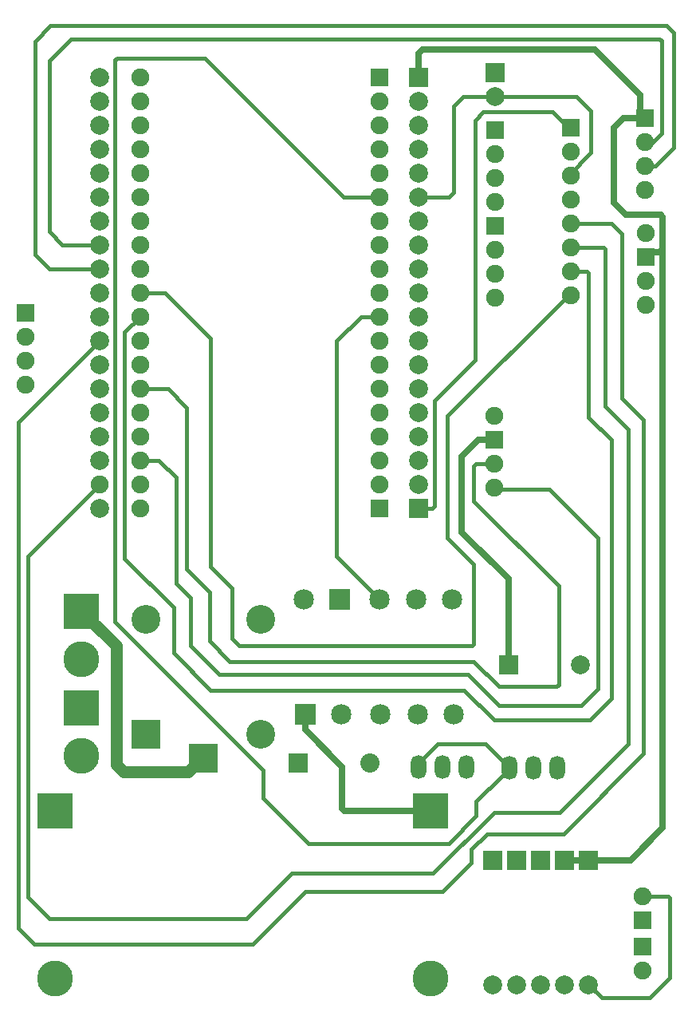
<source format=gbr>
%TF.GenerationSoftware,Altium Limited,Altium Designer,21.3.2 (30)*%
G04 Layer_Physical_Order=1*
G04 Layer_Color=255*
%FSLAX25Y25*%
%MOIN*%
%TF.SameCoordinates,C3D6B9D7-463A-470E-9858-FE52AE1E130A*%
%TF.FilePolarity,Positive*%
%TF.FileFunction,Copper,L1,Top,Signal*%
%TF.Part,Single*%
G01*
G75*
%TA.AperFunction,Conductor*%
%ADD10C,0.01500*%
%ADD11C,0.02500*%
%ADD12C,0.05000*%
%TA.AperFunction,ComponentPad*%
%ADD13R,0.07500X0.07500*%
%ADD14C,0.07500*%
%ADD15C,0.15000*%
%ADD16R,0.15000X0.15000*%
%ADD17R,0.08000X0.08000*%
%ADD18C,0.08000*%
%ADD19C,0.12000*%
%ADD20R,0.12000X0.12000*%
%ADD21R,0.15000X0.15000*%
%ADD22R,0.08500X0.08500*%
%ADD23C,0.08500*%
%ADD24R,0.07500X0.07500*%
%ADD25C,0.07906*%
%ADD26R,0.07906X0.07906*%
%ADD27R,0.07906X0.07906*%
%ADD28O,0.06600X0.10000*%
D10*
X48379Y402000D02*
X85000D01*
X47500Y166500D02*
X109500Y104500D01*
X47500Y166500D02*
Y401121D01*
X48379Y402000D01*
X143000Y344000D02*
X158000D01*
X85000Y402000D02*
X143000Y344000D01*
X238000Y323000D02*
X251621D01*
X237000D02*
X238000D01*
X206000Y222000D02*
X229000D01*
X58000Y263779D02*
X69721D01*
X237000Y353000D02*
X246500Y362500D01*
X51500Y193000D02*
Y287500D01*
X58000Y294000D01*
X68500Y304000D02*
X87500Y285000D01*
X58000Y304000D02*
X68500D01*
X150200Y294000D02*
X158000D01*
X279500Y18000D02*
Y51121D01*
X278621Y52000D02*
X279500Y51121D01*
X81659Y109500D02*
X84500D01*
X72000Y153500D02*
X87500Y138000D01*
X79000Y156500D02*
X91000Y144500D01*
X195000D01*
X95500Y150000D02*
X197500D01*
X87500Y138000D02*
X193500D01*
X197500Y217000D02*
X233000Y181500D01*
X245500Y252000D02*
X255000Y242500D01*
X252500Y256466D02*
X262000Y246966D01*
X259500Y260000D02*
X268500Y251000D01*
Y111500D02*
Y251000D01*
X198475Y85475D02*
Y91475D01*
X209226Y102226D01*
X127000Y54000D02*
X184500D01*
X196500Y66000D01*
Y71500D01*
X128379Y74000D02*
X187000D01*
X180500Y61500D02*
X206000Y87000D01*
X196500Y71500D02*
X203000Y78000D01*
X187000Y74000D02*
X198475Y85475D01*
X209226Y102226D02*
X209545D01*
X212500Y105180D01*
Y105500D01*
X209824Y108176D02*
X210144D01*
X212500Y105500D02*
Y105820D01*
X182300Y115500D02*
X202500D01*
X174500Y107700D02*
X182300Y115500D01*
X202500D02*
X209824Y108176D01*
X174500Y106000D02*
Y107700D01*
X210144Y108176D02*
X212500Y105820D01*
X268000Y52000D02*
X278621D01*
X206000Y87000D02*
X233500D01*
X206000Y125500D02*
X246000D01*
X233500Y87000D02*
X262000Y115500D01*
X235000Y78000D02*
X268500Y111500D01*
X203000Y78000D02*
X235000D01*
X11000Y51500D02*
X20000Y42500D01*
X102500D01*
X104932Y31932D02*
X127000Y54000D01*
X102500Y42500D02*
X121500Y61500D01*
X180500D01*
X109500Y92879D02*
X128379Y74000D01*
X109500Y92879D02*
Y104500D01*
X174500Y214000D02*
X180121D01*
X181000Y214879D01*
X186500Y201500D02*
Y252500D01*
X181000Y214879D02*
Y259000D01*
X251000Y9500D02*
X271000D01*
X245500Y15000D02*
X251000Y9500D01*
X271000D02*
X279500Y18000D01*
X225000Y14500D02*
X225500Y15000D01*
X140000Y283800D02*
X150200Y294000D01*
X20500Y415500D02*
X278000D01*
X29000Y410000D02*
X275121D01*
X189000Y346000D02*
Y382000D01*
X193000Y386000D01*
X206500D01*
X198000Y376000D02*
X201500Y379500D01*
X230500D01*
X174500Y344000D02*
X187000D01*
X251621Y323000D02*
X252500Y322121D01*
X255000Y333000D02*
X259500Y328500D01*
X237000Y333000D02*
X255000D01*
X273500Y357000D02*
X281000Y364500D01*
X267000Y357000D02*
X273500D01*
X267000Y367000D02*
X272500D01*
X276000Y370500D01*
X278000Y415500D02*
X281000Y412500D01*
X240500Y386000D02*
X246500Y380000D01*
X206500Y386000D02*
X240500D01*
X281000Y364500D02*
Y412500D01*
X276000Y370500D02*
Y409121D01*
X275121Y410000D02*
X276000Y409121D01*
X259500Y260000D02*
Y328500D01*
X245500Y252000D02*
Y312121D01*
X252500Y256466D02*
Y322121D01*
X244621Y313000D02*
X245500Y312121D01*
X230500Y379500D02*
X237000Y373000D01*
X246500Y362500D02*
Y380000D01*
X7000Y38500D02*
X13568Y31932D01*
X104932D01*
X87500Y189500D02*
Y285000D01*
X140000Y194000D02*
Y283800D01*
X79000Y156500D02*
Y176500D01*
X87000Y158500D02*
X95500Y150000D01*
X99500Y156500D02*
X196621D01*
X96500Y159500D02*
X99500Y156500D01*
X87000Y158500D02*
Y179000D01*
X96500Y159500D02*
Y180500D01*
X77500Y188500D02*
X87000Y179000D01*
X87500Y189500D02*
X96500Y180500D01*
X7000Y250000D02*
X41000Y284000D01*
X14000Y320000D02*
X20000Y314000D01*
X20000Y329500D02*
X25500Y324000D01*
X20000Y314000D02*
X41000D01*
X25500Y324000D02*
X41000D01*
X187000Y344000D02*
X189000Y346000D01*
X181000Y259000D02*
X198000Y276000D01*
Y376000D01*
X197500Y217000D02*
Y231621D01*
X198379Y232500D01*
X206000D01*
X186500Y252500D02*
X237000Y303000D01*
X238000Y313000D02*
X244621D01*
X229000Y222000D02*
X249500Y201500D01*
X14000Y320000D02*
Y409000D01*
X20500Y415500D01*
X20000Y329500D02*
Y401000D01*
X29000Y410000D01*
X77500Y188500D02*
Y256000D01*
X65800Y234000D02*
X73000Y226800D01*
X58000Y234000D02*
X65800D01*
X69721Y263779D02*
X77500Y256000D01*
X140000Y194000D02*
X158000Y176000D01*
X186500Y201500D02*
X197500Y190500D01*
X193500Y138000D02*
X206000Y125500D01*
X196621Y156500D02*
X197500Y157379D01*
Y190500D01*
X262000Y115500D02*
Y246966D01*
X255000Y134500D02*
Y242500D01*
X7000Y38500D02*
Y250000D01*
X11000Y51500D02*
Y194000D01*
X51500Y193000D02*
X72000Y172500D01*
X73000Y182500D02*
Y226800D01*
X11000Y194000D02*
X41000Y224000D01*
X197500Y150000D02*
X208000Y139500D01*
X246000Y125500D02*
X255000Y134500D01*
X208000Y131500D02*
X242393D01*
X249500Y138607D01*
X195000Y144500D02*
X208000Y131500D01*
X208000Y139500D02*
X232121D01*
X233000Y140379D01*
Y181500D01*
X249500Y138607D02*
Y201500D01*
X73000Y182500D02*
X79000Y176500D01*
X72000Y153500D02*
Y172500D01*
D11*
X267000Y377000D02*
Y386500D01*
X127000Y121500D02*
X142500Y106000D01*
X127000Y121500D02*
Y128000D01*
X192500Y204000D02*
X212000Y184500D01*
X276500Y80500D02*
Y322143D01*
X143500Y87500D02*
X179500D01*
X240000Y67000D02*
X245500D01*
X263000D01*
X276500Y80500D01*
X192500Y204000D02*
Y235500D01*
X271473Y320973D02*
X275330D01*
X276500Y322143D01*
X269500Y319000D02*
X271473Y320973D01*
X276500Y322143D02*
Y335621D01*
X275621Y336500D02*
X276500Y335621D01*
X261000Y336500D02*
X275621D01*
X256000Y341500D02*
X261000Y336500D01*
X175964Y405500D02*
X248000D01*
X174500Y394000D02*
Y404036D01*
X175964Y405500D01*
X256000Y341500D02*
Y373000D01*
X260000Y377000D01*
X267000D01*
X248000Y405500D02*
X267000Y386500D01*
X199500Y242500D02*
X206000D01*
X192500Y235500D02*
X199500Y242500D01*
X212000Y148450D02*
Y184500D01*
X142500Y88500D02*
X143500Y87500D01*
X142500Y88500D02*
Y106000D01*
D12*
X81659Y109500D02*
X81749Y109410D01*
X50929Y104000D02*
X78071D01*
X48000Y106929D02*
X50929Y104000D01*
X78071D02*
X81749Y107678D01*
Y109410D01*
X48000Y106929D02*
Y156500D01*
X33500Y171000D02*
X48000Y156500D01*
D13*
X158000Y214000D02*
D03*
Y394000D02*
D03*
D14*
Y224000D02*
D03*
Y234000D02*
D03*
Y244000D02*
D03*
Y254000D02*
D03*
Y264000D02*
D03*
Y274000D02*
D03*
Y284000D02*
D03*
Y294000D02*
D03*
Y304000D02*
D03*
Y314000D02*
D03*
Y324000D02*
D03*
Y334000D02*
D03*
Y344000D02*
D03*
Y354000D02*
D03*
Y364000D02*
D03*
Y374000D02*
D03*
Y384000D02*
D03*
X58000Y394000D02*
D03*
Y384000D02*
D03*
Y374000D02*
D03*
Y364000D02*
D03*
Y354000D02*
D03*
Y344000D02*
D03*
Y334000D02*
D03*
Y324000D02*
D03*
Y314000D02*
D03*
Y304000D02*
D03*
Y294000D02*
D03*
Y284000D02*
D03*
Y274000D02*
D03*
Y264000D02*
D03*
Y254000D02*
D03*
Y244000D02*
D03*
Y234000D02*
D03*
Y224000D02*
D03*
Y214000D02*
D03*
X269500Y299000D02*
D03*
Y309000D02*
D03*
Y329000D02*
D03*
X41000Y224000D02*
D03*
X238000Y363000D02*
D03*
Y353000D02*
D03*
Y343000D02*
D03*
Y333000D02*
D03*
Y323000D02*
D03*
Y313000D02*
D03*
Y303000D02*
D03*
X206500Y302000D02*
D03*
Y312000D02*
D03*
Y322000D02*
D03*
Y342000D02*
D03*
Y352000D02*
D03*
Y362000D02*
D03*
X268000Y21000D02*
D03*
Y52000D02*
D03*
X206000Y222500D02*
D03*
Y232500D02*
D03*
Y252500D02*
D03*
X269000Y367000D02*
D03*
Y357000D02*
D03*
Y347000D02*
D03*
X10000Y285500D02*
D03*
Y275500D02*
D03*
Y265500D02*
D03*
D15*
X22500Y17500D02*
D03*
X179500D02*
D03*
X33500Y151000D02*
D03*
Y110500D02*
D03*
D16*
X22500Y87500D02*
D03*
X179500D02*
D03*
D17*
X124000Y107500D02*
D03*
D18*
X154000D02*
D03*
D19*
X108500Y119500D02*
D03*
X60500Y167500D02*
D03*
X108500D02*
D03*
D20*
X84500Y109500D02*
D03*
X60500Y119500D02*
D03*
D21*
X33500Y171000D02*
D03*
Y130500D02*
D03*
D22*
X127000Y128000D02*
D03*
X141500Y176000D02*
D03*
D23*
X126500D02*
D03*
X158500Y128000D02*
D03*
X158000Y176000D02*
D03*
X173500D02*
D03*
X174000Y128000D02*
D03*
X142000D02*
D03*
X188500Y176000D02*
D03*
X189000Y128000D02*
D03*
D24*
X269500Y319000D02*
D03*
X238000Y373000D02*
D03*
X206500Y332000D02*
D03*
Y372000D02*
D03*
X268000Y31000D02*
D03*
Y42000D02*
D03*
X206000Y242500D02*
D03*
X269000Y377000D02*
D03*
X10000Y295500D02*
D03*
D25*
X41000Y214000D02*
D03*
Y234000D02*
D03*
Y244000D02*
D03*
Y254000D02*
D03*
Y264000D02*
D03*
Y274000D02*
D03*
Y284000D02*
D03*
Y294000D02*
D03*
Y304000D02*
D03*
Y314000D02*
D03*
Y324000D02*
D03*
Y334000D02*
D03*
Y344000D02*
D03*
Y354000D02*
D03*
Y364000D02*
D03*
Y374000D02*
D03*
Y384000D02*
D03*
Y394000D02*
D03*
X205500Y15000D02*
D03*
X215500D02*
D03*
X225500D02*
D03*
X235500D02*
D03*
X245500D02*
D03*
X174500Y384000D02*
D03*
Y374000D02*
D03*
Y364000D02*
D03*
Y354000D02*
D03*
Y344000D02*
D03*
Y334000D02*
D03*
Y324000D02*
D03*
Y314000D02*
D03*
Y304000D02*
D03*
Y294000D02*
D03*
Y284000D02*
D03*
Y274000D02*
D03*
Y264000D02*
D03*
Y254000D02*
D03*
Y244000D02*
D03*
Y234000D02*
D03*
Y224000D02*
D03*
X206500Y386000D02*
D03*
X242000Y148500D02*
D03*
D26*
X245500Y67000D02*
D03*
X235500D02*
D03*
X225500D02*
D03*
X215500D02*
D03*
X205500D02*
D03*
X212000Y148450D02*
D03*
D27*
X174500Y394000D02*
D03*
Y214000D02*
D03*
X206500Y396000D02*
D03*
D28*
X212500Y105500D02*
D03*
X222500D02*
D03*
X232500D02*
D03*
X174500Y106000D02*
D03*
X184500D02*
D03*
X194500D02*
D03*
%TF.MD5,93e1f726d2d207942ebf9d68eae19ec0*%
M02*

</source>
